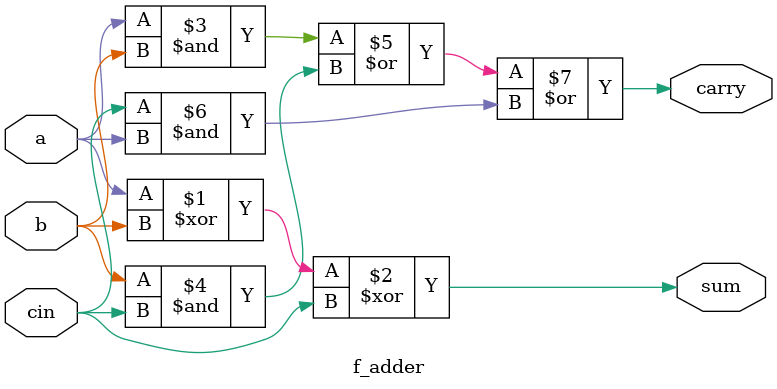
<source format=v>
`timescale 1ns / 1ps


module ripple_carry_adder(a, b, cin, out, cout);
input [7:0] a, b;
input cin;
output [7:0] out;
output cout;

wire [7:0] carries;

genvar i;

f_adder adder0 (a[0], b[0] ^ cin, cin, out[0], carries[0]); 
    generate
        for (i = 1; i < 8; i = i + 1) begin
            f_adder adder1 (.a(a[i]), .b(b[i] ^ cin), .cin(carries[i-1]), .sum(out[i]), .carry(carries[i]));
        end
    endgenerate
assign cout = carries[7];

endmodule

module f_adder (a, b, cin, sum, carry);
input a, b, cin;
output sum, carry;

assign sum = a ^ b ^ cin;
assign carry = (a & b)|(b & cin)|(cin & a);

endmodule

</source>
